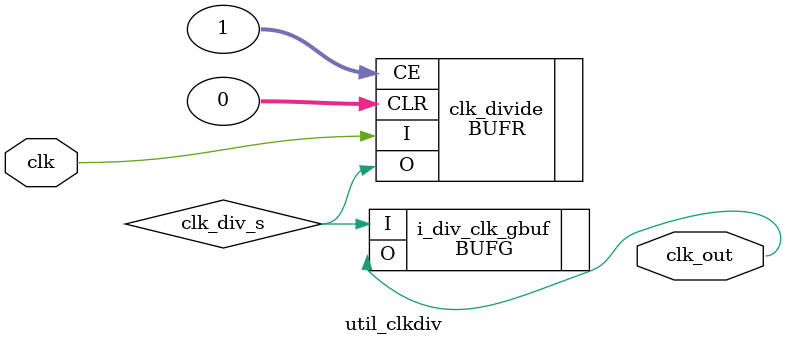
<source format=v>

`timescale 1ns/100ps

module util_clkdiv (
  clk,
  clk_out
 );

  input   clk;
  output  clk_out;
  
  BUFR #(
    .BUFR_DIVIDE("4"),
    .SIM_DEVICE("7SERIES")
  ) clk_divide (
    .I(clk),
    .CE(1),
    .CLR(0),
    .O(clk_div_s));
   
  BUFG i_div_clk_gbuf (
    .I (clk_div_s),
    .O (clk_out));

endmodule  // util_clkdiv


</source>
